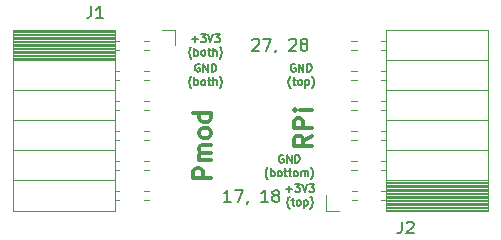
<source format=gbr>
%TF.GenerationSoftware,KiCad,Pcbnew,5.1.9+dfsg1-1~bpo10+1*%
%TF.CreationDate,2022-12-11T19:13:10+01:00*%
%TF.ProjectId,PI2PMODSPI,50493250-4d4f-4445-9350-492e6b696361,rev?*%
%TF.SameCoordinates,Original*%
%TF.FileFunction,Legend,Top*%
%TF.FilePolarity,Positive*%
%FSLAX46Y46*%
G04 Gerber Fmt 4.6, Leading zero omitted, Abs format (unit mm)*
G04 Created by KiCad (PCBNEW 5.1.9+dfsg1-1~bpo10+1) date 2022-12-11 19:13:10*
%MOMM*%
%LPD*%
G01*
G04 APERTURE LIST*
%ADD10C,0.150000*%
%ADD11C,0.300000*%
%ADD12C,0.120000*%
G04 APERTURE END LIST*
D10*
X103192114Y-51591750D02*
X103128628Y-51560007D01*
X103033400Y-51560007D01*
X102938171Y-51591750D01*
X102874685Y-51655235D01*
X102842942Y-51718721D01*
X102811200Y-51845692D01*
X102811200Y-51940921D01*
X102842942Y-52067892D01*
X102874685Y-52131378D01*
X102938171Y-52194864D01*
X103033400Y-52226607D01*
X103096885Y-52226607D01*
X103192114Y-52194864D01*
X103223857Y-52163121D01*
X103223857Y-51940921D01*
X103096885Y-51940921D01*
X103509542Y-52226607D02*
X103509542Y-51560007D01*
X103890457Y-52226607D01*
X103890457Y-51560007D01*
X104207885Y-52226607D02*
X104207885Y-51560007D01*
X104366600Y-51560007D01*
X104461828Y-51591750D01*
X104525314Y-51655235D01*
X104557057Y-51718721D01*
X104588800Y-51845692D01*
X104588800Y-51940921D01*
X104557057Y-52067892D01*
X104525314Y-52131378D01*
X104461828Y-52194864D01*
X104366600Y-52226607D01*
X104207885Y-52226607D01*
X102509642Y-53630450D02*
X102477900Y-53598707D01*
X102414414Y-53503478D01*
X102382671Y-53439992D01*
X102350928Y-53344764D01*
X102319185Y-53186050D01*
X102319185Y-53059078D01*
X102350928Y-52900364D01*
X102382671Y-52805135D01*
X102414414Y-52741650D01*
X102477900Y-52646421D01*
X102509642Y-52614678D01*
X102763585Y-53376507D02*
X102763585Y-52709907D01*
X102763585Y-52963850D02*
X102827071Y-52932107D01*
X102954042Y-52932107D01*
X103017528Y-52963850D01*
X103049271Y-52995592D01*
X103081014Y-53059078D01*
X103081014Y-53249535D01*
X103049271Y-53313021D01*
X103017528Y-53344764D01*
X102954042Y-53376507D01*
X102827071Y-53376507D01*
X102763585Y-53344764D01*
X103461928Y-53376507D02*
X103398442Y-53344764D01*
X103366700Y-53313021D01*
X103334957Y-53249535D01*
X103334957Y-53059078D01*
X103366700Y-52995592D01*
X103398442Y-52963850D01*
X103461928Y-52932107D01*
X103557157Y-52932107D01*
X103620642Y-52963850D01*
X103652385Y-52995592D01*
X103684128Y-53059078D01*
X103684128Y-53249535D01*
X103652385Y-53313021D01*
X103620642Y-53344764D01*
X103557157Y-53376507D01*
X103461928Y-53376507D01*
X103874585Y-52932107D02*
X104128528Y-52932107D01*
X103969814Y-52709907D02*
X103969814Y-53281278D01*
X104001557Y-53344764D01*
X104065042Y-53376507D01*
X104128528Y-53376507D01*
X104350728Y-53376507D02*
X104350728Y-52709907D01*
X104636414Y-53376507D02*
X104636414Y-53027335D01*
X104604671Y-52963850D01*
X104541185Y-52932107D01*
X104445957Y-52932107D01*
X104382471Y-52963850D01*
X104350728Y-52995592D01*
X104890357Y-53630450D02*
X104922100Y-53598707D01*
X104985585Y-53503478D01*
X105017328Y-53439992D01*
X105049071Y-53344764D01*
X105080814Y-53186050D01*
X105080814Y-53059078D01*
X105049071Y-52900364D01*
X105017328Y-52805135D01*
X104985585Y-52741650D01*
X104922100Y-52646421D01*
X104890357Y-52614678D01*
X111292114Y-51591750D02*
X111228628Y-51560007D01*
X111133400Y-51560007D01*
X111038171Y-51591750D01*
X110974685Y-51655235D01*
X110942942Y-51718721D01*
X110911200Y-51845692D01*
X110911200Y-51940921D01*
X110942942Y-52067892D01*
X110974685Y-52131378D01*
X111038171Y-52194864D01*
X111133400Y-52226607D01*
X111196885Y-52226607D01*
X111292114Y-52194864D01*
X111323857Y-52163121D01*
X111323857Y-51940921D01*
X111196885Y-51940921D01*
X111609542Y-52226607D02*
X111609542Y-51560007D01*
X111990457Y-52226607D01*
X111990457Y-51560007D01*
X112307885Y-52226607D02*
X112307885Y-51560007D01*
X112466600Y-51560007D01*
X112561828Y-51591750D01*
X112625314Y-51655235D01*
X112657057Y-51718721D01*
X112688800Y-51845692D01*
X112688800Y-51940921D01*
X112657057Y-52067892D01*
X112625314Y-52131378D01*
X112561828Y-52194864D01*
X112466600Y-52226607D01*
X112307885Y-52226607D01*
X110911200Y-53630450D02*
X110879457Y-53598707D01*
X110815971Y-53503478D01*
X110784228Y-53439992D01*
X110752485Y-53344764D01*
X110720742Y-53186050D01*
X110720742Y-53059078D01*
X110752485Y-52900364D01*
X110784228Y-52805135D01*
X110815971Y-52741650D01*
X110879457Y-52646421D01*
X110911200Y-52614678D01*
X111069914Y-52932107D02*
X111323857Y-52932107D01*
X111165142Y-52709907D02*
X111165142Y-53281278D01*
X111196885Y-53344764D01*
X111260371Y-53376507D01*
X111323857Y-53376507D01*
X111641285Y-53376507D02*
X111577800Y-53344764D01*
X111546057Y-53313021D01*
X111514314Y-53249535D01*
X111514314Y-53059078D01*
X111546057Y-52995592D01*
X111577800Y-52963850D01*
X111641285Y-52932107D01*
X111736514Y-52932107D01*
X111800000Y-52963850D01*
X111831742Y-52995592D01*
X111863485Y-53059078D01*
X111863485Y-53249535D01*
X111831742Y-53313021D01*
X111800000Y-53344764D01*
X111736514Y-53376507D01*
X111641285Y-53376507D01*
X112149171Y-52932107D02*
X112149171Y-53598707D01*
X112149171Y-52963850D02*
X112212657Y-52932107D01*
X112339628Y-52932107D01*
X112403114Y-52963850D01*
X112434857Y-52995592D01*
X112466600Y-53059078D01*
X112466600Y-53249535D01*
X112434857Y-53313021D01*
X112403114Y-53344764D01*
X112339628Y-53376507D01*
X112212657Y-53376507D01*
X112149171Y-53344764D01*
X112688800Y-53630450D02*
X112720542Y-53598707D01*
X112784028Y-53503478D01*
X112815771Y-53439992D01*
X112847514Y-53344764D01*
X112879257Y-53186050D01*
X112879257Y-53059078D01*
X112847514Y-52900364D01*
X112815771Y-52805135D01*
X112784028Y-52741650D01*
X112720542Y-52646421D01*
X112688800Y-52614678D01*
X110292114Y-59291750D02*
X110228628Y-59260007D01*
X110133400Y-59260007D01*
X110038171Y-59291750D01*
X109974685Y-59355235D01*
X109942942Y-59418721D01*
X109911200Y-59545692D01*
X109911200Y-59640921D01*
X109942942Y-59767892D01*
X109974685Y-59831378D01*
X110038171Y-59894864D01*
X110133400Y-59926607D01*
X110196885Y-59926607D01*
X110292114Y-59894864D01*
X110323857Y-59863121D01*
X110323857Y-59640921D01*
X110196885Y-59640921D01*
X110609542Y-59926607D02*
X110609542Y-59260007D01*
X110990457Y-59926607D01*
X110990457Y-59260007D01*
X111307885Y-59926607D02*
X111307885Y-59260007D01*
X111466600Y-59260007D01*
X111561828Y-59291750D01*
X111625314Y-59355235D01*
X111657057Y-59418721D01*
X111688800Y-59545692D01*
X111688800Y-59640921D01*
X111657057Y-59767892D01*
X111625314Y-59831378D01*
X111561828Y-59894864D01*
X111466600Y-59926607D01*
X111307885Y-59926607D01*
X108974785Y-61330450D02*
X108943042Y-61298707D01*
X108879557Y-61203478D01*
X108847814Y-61139992D01*
X108816071Y-61044764D01*
X108784328Y-60886050D01*
X108784328Y-60759078D01*
X108816071Y-60600364D01*
X108847814Y-60505135D01*
X108879557Y-60441650D01*
X108943042Y-60346421D01*
X108974785Y-60314678D01*
X109228728Y-61076507D02*
X109228728Y-60409907D01*
X109228728Y-60663850D02*
X109292214Y-60632107D01*
X109419185Y-60632107D01*
X109482671Y-60663850D01*
X109514414Y-60695592D01*
X109546157Y-60759078D01*
X109546157Y-60949535D01*
X109514414Y-61013021D01*
X109482671Y-61044764D01*
X109419185Y-61076507D01*
X109292214Y-61076507D01*
X109228728Y-61044764D01*
X109927071Y-61076507D02*
X109863585Y-61044764D01*
X109831842Y-61013021D01*
X109800100Y-60949535D01*
X109800100Y-60759078D01*
X109831842Y-60695592D01*
X109863585Y-60663850D01*
X109927071Y-60632107D01*
X110022300Y-60632107D01*
X110085785Y-60663850D01*
X110117528Y-60695592D01*
X110149271Y-60759078D01*
X110149271Y-60949535D01*
X110117528Y-61013021D01*
X110085785Y-61044764D01*
X110022300Y-61076507D01*
X109927071Y-61076507D01*
X110339728Y-60632107D02*
X110593671Y-60632107D01*
X110434957Y-60409907D02*
X110434957Y-60981278D01*
X110466700Y-61044764D01*
X110530185Y-61076507D01*
X110593671Y-61076507D01*
X110720642Y-60632107D02*
X110974585Y-60632107D01*
X110815871Y-60409907D02*
X110815871Y-60981278D01*
X110847614Y-61044764D01*
X110911100Y-61076507D01*
X110974585Y-61076507D01*
X111292014Y-61076507D02*
X111228528Y-61044764D01*
X111196785Y-61013021D01*
X111165042Y-60949535D01*
X111165042Y-60759078D01*
X111196785Y-60695592D01*
X111228528Y-60663850D01*
X111292014Y-60632107D01*
X111387242Y-60632107D01*
X111450728Y-60663850D01*
X111482471Y-60695592D01*
X111514214Y-60759078D01*
X111514214Y-60949535D01*
X111482471Y-61013021D01*
X111450728Y-61044764D01*
X111387242Y-61076507D01*
X111292014Y-61076507D01*
X111799900Y-61076507D02*
X111799900Y-60632107D01*
X111799900Y-60695592D02*
X111831642Y-60663850D01*
X111895128Y-60632107D01*
X111990357Y-60632107D01*
X112053842Y-60663850D01*
X112085585Y-60727335D01*
X112085585Y-61076507D01*
X112085585Y-60727335D02*
X112117328Y-60663850D01*
X112180814Y-60632107D01*
X112276042Y-60632107D01*
X112339528Y-60663850D01*
X112371271Y-60727335D01*
X112371271Y-61076507D01*
X112625214Y-61330450D02*
X112656957Y-61298707D01*
X112720442Y-61203478D01*
X112752185Y-61139992D01*
X112783928Y-61044764D01*
X112815671Y-60886050D01*
X112815671Y-60759078D01*
X112783928Y-60600364D01*
X112752185Y-60505135D01*
X112720442Y-60441650D01*
X112656957Y-60346421D01*
X112625214Y-60314678D01*
X110525514Y-62172664D02*
X111033400Y-62172664D01*
X110779457Y-62426607D02*
X110779457Y-61918721D01*
X111287342Y-61760007D02*
X111700000Y-61760007D01*
X111477800Y-62013950D01*
X111573028Y-62013950D01*
X111636514Y-62045692D01*
X111668257Y-62077435D01*
X111700000Y-62140921D01*
X111700000Y-62299635D01*
X111668257Y-62363121D01*
X111636514Y-62394864D01*
X111573028Y-62426607D01*
X111382571Y-62426607D01*
X111319085Y-62394864D01*
X111287342Y-62363121D01*
X111890457Y-61760007D02*
X112112657Y-62426607D01*
X112334857Y-61760007D01*
X112493571Y-61760007D02*
X112906228Y-61760007D01*
X112684028Y-62013950D01*
X112779257Y-62013950D01*
X112842742Y-62045692D01*
X112874485Y-62077435D01*
X112906228Y-62140921D01*
X112906228Y-62299635D01*
X112874485Y-62363121D01*
X112842742Y-62394864D01*
X112779257Y-62426607D01*
X112588800Y-62426607D01*
X112525314Y-62394864D01*
X112493571Y-62363121D01*
X110811200Y-63830450D02*
X110779457Y-63798707D01*
X110715971Y-63703478D01*
X110684228Y-63639992D01*
X110652485Y-63544764D01*
X110620742Y-63386050D01*
X110620742Y-63259078D01*
X110652485Y-63100364D01*
X110684228Y-63005135D01*
X110715971Y-62941650D01*
X110779457Y-62846421D01*
X110811200Y-62814678D01*
X110969914Y-63132107D02*
X111223857Y-63132107D01*
X111065142Y-62909907D02*
X111065142Y-63481278D01*
X111096885Y-63544764D01*
X111160371Y-63576507D01*
X111223857Y-63576507D01*
X111541285Y-63576507D02*
X111477800Y-63544764D01*
X111446057Y-63513021D01*
X111414314Y-63449535D01*
X111414314Y-63259078D01*
X111446057Y-63195592D01*
X111477800Y-63163850D01*
X111541285Y-63132107D01*
X111636514Y-63132107D01*
X111700000Y-63163850D01*
X111731742Y-63195592D01*
X111763485Y-63259078D01*
X111763485Y-63449535D01*
X111731742Y-63513021D01*
X111700000Y-63544764D01*
X111636514Y-63576507D01*
X111541285Y-63576507D01*
X112049171Y-63132107D02*
X112049171Y-63798707D01*
X112049171Y-63163850D02*
X112112657Y-63132107D01*
X112239628Y-63132107D01*
X112303114Y-63163850D01*
X112334857Y-63195592D01*
X112366600Y-63259078D01*
X112366600Y-63449535D01*
X112334857Y-63513021D01*
X112303114Y-63544764D01*
X112239628Y-63576507D01*
X112112657Y-63576507D01*
X112049171Y-63544764D01*
X112588800Y-63830450D02*
X112620542Y-63798707D01*
X112684028Y-63703478D01*
X112715771Y-63639992D01*
X112747514Y-63544764D01*
X112779257Y-63386050D01*
X112779257Y-63259078D01*
X112747514Y-63100364D01*
X112715771Y-63005135D01*
X112684028Y-62941650D01*
X112620542Y-62846421D01*
X112588800Y-62814678D01*
X105838095Y-63252380D02*
X105266666Y-63252380D01*
X105552380Y-63252380D02*
X105552380Y-62252380D01*
X105457142Y-62395238D01*
X105361904Y-62490476D01*
X105266666Y-62538095D01*
X106171428Y-62252380D02*
X106838095Y-62252380D01*
X106409523Y-63252380D01*
X107266666Y-63204761D02*
X107266666Y-63252380D01*
X107219047Y-63347619D01*
X107171428Y-63395238D01*
X108980952Y-63252380D02*
X108409523Y-63252380D01*
X108695238Y-63252380D02*
X108695238Y-62252380D01*
X108600000Y-62395238D01*
X108504761Y-62490476D01*
X108409523Y-62538095D01*
X109552380Y-62680952D02*
X109457142Y-62633333D01*
X109409523Y-62585714D01*
X109361904Y-62490476D01*
X109361904Y-62442857D01*
X109409523Y-62347619D01*
X109457142Y-62300000D01*
X109552380Y-62252380D01*
X109742857Y-62252380D01*
X109838095Y-62300000D01*
X109885714Y-62347619D01*
X109933333Y-62442857D01*
X109933333Y-62490476D01*
X109885714Y-62585714D01*
X109838095Y-62633333D01*
X109742857Y-62680952D01*
X109552380Y-62680952D01*
X109457142Y-62728571D01*
X109409523Y-62776190D01*
X109361904Y-62871428D01*
X109361904Y-63061904D01*
X109409523Y-63157142D01*
X109457142Y-63204761D01*
X109552380Y-63252380D01*
X109742857Y-63252380D01*
X109838095Y-63204761D01*
X109885714Y-63157142D01*
X109933333Y-63061904D01*
X109933333Y-62871428D01*
X109885714Y-62776190D01*
X109838095Y-62728571D01*
X109742857Y-62680952D01*
X107666666Y-49547619D02*
X107714285Y-49500000D01*
X107809523Y-49452380D01*
X108047619Y-49452380D01*
X108142857Y-49500000D01*
X108190476Y-49547619D01*
X108238095Y-49642857D01*
X108238095Y-49738095D01*
X108190476Y-49880952D01*
X107619047Y-50452380D01*
X108238095Y-50452380D01*
X108571428Y-49452380D02*
X109238095Y-49452380D01*
X108809523Y-50452380D01*
X109666666Y-50404761D02*
X109666666Y-50452380D01*
X109619047Y-50547619D01*
X109571428Y-50595238D01*
X110809523Y-49547619D02*
X110857142Y-49500000D01*
X110952380Y-49452380D01*
X111190476Y-49452380D01*
X111285714Y-49500000D01*
X111333333Y-49547619D01*
X111380952Y-49642857D01*
X111380952Y-49738095D01*
X111333333Y-49880952D01*
X110761904Y-50452380D01*
X111380952Y-50452380D01*
X111952380Y-49880952D02*
X111857142Y-49833333D01*
X111809523Y-49785714D01*
X111761904Y-49690476D01*
X111761904Y-49642857D01*
X111809523Y-49547619D01*
X111857142Y-49500000D01*
X111952380Y-49452380D01*
X112142857Y-49452380D01*
X112238095Y-49500000D01*
X112285714Y-49547619D01*
X112333333Y-49642857D01*
X112333333Y-49690476D01*
X112285714Y-49785714D01*
X112238095Y-49833333D01*
X112142857Y-49880952D01*
X111952380Y-49880952D01*
X111857142Y-49928571D01*
X111809523Y-49976190D01*
X111761904Y-50071428D01*
X111761904Y-50261904D01*
X111809523Y-50357142D01*
X111857142Y-50404761D01*
X111952380Y-50452380D01*
X112142857Y-50452380D01*
X112238095Y-50404761D01*
X112285714Y-50357142D01*
X112333333Y-50261904D01*
X112333333Y-50071428D01*
X112285714Y-49976190D01*
X112238095Y-49928571D01*
X112142857Y-49880952D01*
D11*
X112678571Y-57642857D02*
X111964285Y-58142857D01*
X112678571Y-58500000D02*
X111178571Y-58500000D01*
X111178571Y-57928571D01*
X111250000Y-57785714D01*
X111321428Y-57714285D01*
X111464285Y-57642857D01*
X111678571Y-57642857D01*
X111821428Y-57714285D01*
X111892857Y-57785714D01*
X111964285Y-57928571D01*
X111964285Y-58500000D01*
X112678571Y-57000000D02*
X111178571Y-57000000D01*
X111178571Y-56428571D01*
X111250000Y-56285714D01*
X111321428Y-56214285D01*
X111464285Y-56142857D01*
X111678571Y-56142857D01*
X111821428Y-56214285D01*
X111892857Y-56285714D01*
X111964285Y-56428571D01*
X111964285Y-57000000D01*
X112678571Y-55500000D02*
X111678571Y-55500000D01*
X111178571Y-55500000D02*
X111250000Y-55571428D01*
X111321428Y-55500000D01*
X111250000Y-55428571D01*
X111178571Y-55500000D01*
X111321428Y-55500000D01*
X104178571Y-61250000D02*
X102678571Y-61250000D01*
X102678571Y-60678571D01*
X102750000Y-60535714D01*
X102821428Y-60464285D01*
X102964285Y-60392857D01*
X103178571Y-60392857D01*
X103321428Y-60464285D01*
X103392857Y-60535714D01*
X103464285Y-60678571D01*
X103464285Y-61250000D01*
X104178571Y-59750000D02*
X103178571Y-59750000D01*
X103321428Y-59750000D02*
X103250000Y-59678571D01*
X103178571Y-59535714D01*
X103178571Y-59321428D01*
X103250000Y-59178571D01*
X103392857Y-59107142D01*
X104178571Y-59107142D01*
X103392857Y-59107142D02*
X103250000Y-59035714D01*
X103178571Y-58892857D01*
X103178571Y-58678571D01*
X103250000Y-58535714D01*
X103392857Y-58464285D01*
X104178571Y-58464285D01*
X104178571Y-57535714D02*
X104107142Y-57678571D01*
X104035714Y-57750000D01*
X103892857Y-57821428D01*
X103464285Y-57821428D01*
X103321428Y-57750000D01*
X103250000Y-57678571D01*
X103178571Y-57535714D01*
X103178571Y-57321428D01*
X103250000Y-57178571D01*
X103321428Y-57107142D01*
X103464285Y-57035714D01*
X103892857Y-57035714D01*
X104035714Y-57107142D01*
X104107142Y-57178571D01*
X104178571Y-57321428D01*
X104178571Y-57535714D01*
X104178571Y-55750000D02*
X102678571Y-55750000D01*
X104107142Y-55750000D02*
X104178571Y-55892857D01*
X104178571Y-56178571D01*
X104107142Y-56321428D01*
X104035714Y-56392857D01*
X103892857Y-56464285D01*
X103464285Y-56464285D01*
X103321428Y-56392857D01*
X103250000Y-56321428D01*
X103178571Y-56178571D01*
X103178571Y-55892857D01*
X103250000Y-55750000D01*
D10*
X102525514Y-49472664D02*
X103033400Y-49472664D01*
X102779457Y-49726607D02*
X102779457Y-49218721D01*
X103287342Y-49060007D02*
X103700000Y-49060007D01*
X103477800Y-49313950D01*
X103573028Y-49313950D01*
X103636514Y-49345692D01*
X103668257Y-49377435D01*
X103700000Y-49440921D01*
X103700000Y-49599635D01*
X103668257Y-49663121D01*
X103636514Y-49694864D01*
X103573028Y-49726607D01*
X103382571Y-49726607D01*
X103319085Y-49694864D01*
X103287342Y-49663121D01*
X103890457Y-49060007D02*
X104112657Y-49726607D01*
X104334857Y-49060007D01*
X104493571Y-49060007D02*
X104906228Y-49060007D01*
X104684028Y-49313950D01*
X104779257Y-49313950D01*
X104842742Y-49345692D01*
X104874485Y-49377435D01*
X104906228Y-49440921D01*
X104906228Y-49599635D01*
X104874485Y-49663121D01*
X104842742Y-49694864D01*
X104779257Y-49726607D01*
X104588800Y-49726607D01*
X104525314Y-49694864D01*
X104493571Y-49663121D01*
X102509642Y-51130450D02*
X102477900Y-51098707D01*
X102414414Y-51003478D01*
X102382671Y-50939992D01*
X102350928Y-50844764D01*
X102319185Y-50686050D01*
X102319185Y-50559078D01*
X102350928Y-50400364D01*
X102382671Y-50305135D01*
X102414414Y-50241650D01*
X102477900Y-50146421D01*
X102509642Y-50114678D01*
X102763585Y-50876507D02*
X102763585Y-50209907D01*
X102763585Y-50463850D02*
X102827071Y-50432107D01*
X102954042Y-50432107D01*
X103017528Y-50463850D01*
X103049271Y-50495592D01*
X103081014Y-50559078D01*
X103081014Y-50749535D01*
X103049271Y-50813021D01*
X103017528Y-50844764D01*
X102954042Y-50876507D01*
X102827071Y-50876507D01*
X102763585Y-50844764D01*
X103461928Y-50876507D02*
X103398442Y-50844764D01*
X103366700Y-50813021D01*
X103334957Y-50749535D01*
X103334957Y-50559078D01*
X103366700Y-50495592D01*
X103398442Y-50463850D01*
X103461928Y-50432107D01*
X103557157Y-50432107D01*
X103620642Y-50463850D01*
X103652385Y-50495592D01*
X103684128Y-50559078D01*
X103684128Y-50749535D01*
X103652385Y-50813021D01*
X103620642Y-50844764D01*
X103557157Y-50876507D01*
X103461928Y-50876507D01*
X103874585Y-50432107D02*
X104128528Y-50432107D01*
X103969814Y-50209907D02*
X103969814Y-50781278D01*
X104001557Y-50844764D01*
X104065042Y-50876507D01*
X104128528Y-50876507D01*
X104350728Y-50876507D02*
X104350728Y-50209907D01*
X104636414Y-50876507D02*
X104636414Y-50527335D01*
X104604671Y-50463850D01*
X104541185Y-50432107D01*
X104445957Y-50432107D01*
X104382471Y-50463850D01*
X104350728Y-50495592D01*
X104890357Y-51130450D02*
X104922100Y-51098707D01*
X104985585Y-51003478D01*
X105017328Y-50939992D01*
X105049071Y-50844764D01*
X105080814Y-50686050D01*
X105080814Y-50559078D01*
X105049071Y-50400364D01*
X105017328Y-50305135D01*
X104985585Y-50241650D01*
X104922100Y-50146421D01*
X104890357Y-50114678D01*
D12*
%TO.C,J2*%
X127630000Y-63910000D02*
X119000000Y-63910000D01*
X127630000Y-63791905D02*
X119000000Y-63791905D01*
X127630000Y-63673810D02*
X119000000Y-63673810D01*
X127630000Y-63555715D02*
X119000000Y-63555715D01*
X127630000Y-63437620D02*
X119000000Y-63437620D01*
X127630000Y-63319525D02*
X119000000Y-63319525D01*
X127630000Y-63201430D02*
X119000000Y-63201430D01*
X127630000Y-63083335D02*
X119000000Y-63083335D01*
X127630000Y-62965240D02*
X119000000Y-62965240D01*
X127630000Y-62847145D02*
X119000000Y-62847145D01*
X127630000Y-62729050D02*
X119000000Y-62729050D01*
X127630000Y-62610955D02*
X119000000Y-62610955D01*
X127630000Y-62492860D02*
X119000000Y-62492860D01*
X127630000Y-62374765D02*
X119000000Y-62374765D01*
X127630000Y-62256670D02*
X119000000Y-62256670D01*
X127630000Y-62138575D02*
X119000000Y-62138575D01*
X127630000Y-62020480D02*
X119000000Y-62020480D01*
X127630000Y-61902385D02*
X119000000Y-61902385D01*
X127630000Y-61784290D02*
X119000000Y-61784290D01*
X127630000Y-61666195D02*
X119000000Y-61666195D01*
X127630000Y-61548100D02*
X119000000Y-61548100D01*
X119000000Y-63060000D02*
X118590000Y-63060000D01*
X116490000Y-63060000D02*
X116110000Y-63060000D01*
X119000000Y-62340000D02*
X118590000Y-62340000D01*
X116490000Y-62340000D02*
X116110000Y-62340000D01*
X119000000Y-60520000D02*
X118590000Y-60520000D01*
X116490000Y-60520000D02*
X116050000Y-60520000D01*
X119000000Y-59800000D02*
X118590000Y-59800000D01*
X116490000Y-59800000D02*
X116050000Y-59800000D01*
X119000000Y-57980000D02*
X118590000Y-57980000D01*
X116490000Y-57980000D02*
X116050000Y-57980000D01*
X119000000Y-57260000D02*
X118590000Y-57260000D01*
X116490000Y-57260000D02*
X116050000Y-57260000D01*
X119000000Y-55440000D02*
X118590000Y-55440000D01*
X116490000Y-55440000D02*
X116050000Y-55440000D01*
X119000000Y-54720000D02*
X118590000Y-54720000D01*
X116490000Y-54720000D02*
X116050000Y-54720000D01*
X119000000Y-52900000D02*
X118590000Y-52900000D01*
X116490000Y-52900000D02*
X116050000Y-52900000D01*
X119000000Y-52180000D02*
X118590000Y-52180000D01*
X116490000Y-52180000D02*
X116050000Y-52180000D01*
X119000000Y-50360000D02*
X118590000Y-50360000D01*
X116490000Y-50360000D02*
X116050000Y-50360000D01*
X119000000Y-49640000D02*
X118590000Y-49640000D01*
X116490000Y-49640000D02*
X116050000Y-49640000D01*
X127630000Y-61430000D02*
X119000000Y-61430000D01*
X127630000Y-58890000D02*
X119000000Y-58890000D01*
X127630000Y-56350000D02*
X119000000Y-56350000D01*
X127630000Y-53810000D02*
X119000000Y-53810000D01*
X127630000Y-51270000D02*
X119000000Y-51270000D01*
X127630000Y-64030000D02*
X119000000Y-64030000D01*
X119000000Y-64030000D02*
X119000000Y-48670000D01*
X127630000Y-48670000D02*
X119000000Y-48670000D01*
X127630000Y-64030000D02*
X127630000Y-48670000D01*
X113890000Y-64030000D02*
X113890000Y-62700000D01*
X115000000Y-64030000D02*
X113890000Y-64030000D01*
%TO.C,J1*%
X87370000Y-48790000D02*
X96000000Y-48790000D01*
X87370000Y-48908095D02*
X96000000Y-48908095D01*
X87370000Y-49026190D02*
X96000000Y-49026190D01*
X87370000Y-49144285D02*
X96000000Y-49144285D01*
X87370000Y-49262380D02*
X96000000Y-49262380D01*
X87370000Y-49380475D02*
X96000000Y-49380475D01*
X87370000Y-49498570D02*
X96000000Y-49498570D01*
X87370000Y-49616665D02*
X96000000Y-49616665D01*
X87370000Y-49734760D02*
X96000000Y-49734760D01*
X87370000Y-49852855D02*
X96000000Y-49852855D01*
X87370000Y-49970950D02*
X96000000Y-49970950D01*
X87370000Y-50089045D02*
X96000000Y-50089045D01*
X87370000Y-50207140D02*
X96000000Y-50207140D01*
X87370000Y-50325235D02*
X96000000Y-50325235D01*
X87370000Y-50443330D02*
X96000000Y-50443330D01*
X87370000Y-50561425D02*
X96000000Y-50561425D01*
X87370000Y-50679520D02*
X96000000Y-50679520D01*
X87370000Y-50797615D02*
X96000000Y-50797615D01*
X87370000Y-50915710D02*
X96000000Y-50915710D01*
X87370000Y-51033805D02*
X96000000Y-51033805D01*
X87370000Y-51151900D02*
X96000000Y-51151900D01*
X96000000Y-49640000D02*
X96410000Y-49640000D01*
X98510000Y-49640000D02*
X98890000Y-49640000D01*
X96000000Y-50360000D02*
X96410000Y-50360000D01*
X98510000Y-50360000D02*
X98890000Y-50360000D01*
X96000000Y-52180000D02*
X96410000Y-52180000D01*
X98510000Y-52180000D02*
X98950000Y-52180000D01*
X96000000Y-52900000D02*
X96410000Y-52900000D01*
X98510000Y-52900000D02*
X98950000Y-52900000D01*
X96000000Y-54720000D02*
X96410000Y-54720000D01*
X98510000Y-54720000D02*
X98950000Y-54720000D01*
X96000000Y-55440000D02*
X96410000Y-55440000D01*
X98510000Y-55440000D02*
X98950000Y-55440000D01*
X96000000Y-57260000D02*
X96410000Y-57260000D01*
X98510000Y-57260000D02*
X98950000Y-57260000D01*
X96000000Y-57980000D02*
X96410000Y-57980000D01*
X98510000Y-57980000D02*
X98950000Y-57980000D01*
X96000000Y-59800000D02*
X96410000Y-59800000D01*
X98510000Y-59800000D02*
X98950000Y-59800000D01*
X96000000Y-60520000D02*
X96410000Y-60520000D01*
X98510000Y-60520000D02*
X98950000Y-60520000D01*
X96000000Y-62340000D02*
X96410000Y-62340000D01*
X98510000Y-62340000D02*
X98950000Y-62340000D01*
X96000000Y-63060000D02*
X96410000Y-63060000D01*
X98510000Y-63060000D02*
X98950000Y-63060000D01*
X87370000Y-51270000D02*
X96000000Y-51270000D01*
X87370000Y-53810000D02*
X96000000Y-53810000D01*
X87370000Y-56350000D02*
X96000000Y-56350000D01*
X87370000Y-58890000D02*
X96000000Y-58890000D01*
X87370000Y-61430000D02*
X96000000Y-61430000D01*
X87370000Y-48670000D02*
X96000000Y-48670000D01*
X96000000Y-48670000D02*
X96000000Y-64030000D01*
X87370000Y-64030000D02*
X96000000Y-64030000D01*
X87370000Y-48670000D02*
X87370000Y-64030000D01*
X101110000Y-48670000D02*
X101110000Y-50000000D01*
X100000000Y-48670000D02*
X101110000Y-48670000D01*
%TO.C,J2*%
D10*
X120316666Y-64922380D02*
X120316666Y-65636666D01*
X120269047Y-65779523D01*
X120173809Y-65874761D01*
X120030952Y-65922380D01*
X119935714Y-65922380D01*
X120745238Y-65017619D02*
X120792857Y-64970000D01*
X120888095Y-64922380D01*
X121126190Y-64922380D01*
X121221428Y-64970000D01*
X121269047Y-65017619D01*
X121316666Y-65112857D01*
X121316666Y-65208095D01*
X121269047Y-65350952D01*
X120697619Y-65922380D01*
X121316666Y-65922380D01*
%TO.C,J1*%
X94016666Y-46682380D02*
X94016666Y-47396666D01*
X93969047Y-47539523D01*
X93873809Y-47634761D01*
X93730952Y-47682380D01*
X93635714Y-47682380D01*
X95016666Y-47682380D02*
X94445238Y-47682380D01*
X94730952Y-47682380D02*
X94730952Y-46682380D01*
X94635714Y-46825238D01*
X94540476Y-46920476D01*
X94445238Y-46968095D01*
%TD*%
M02*

</source>
